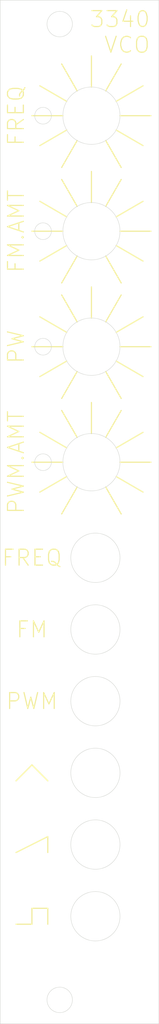
<source format=kicad_pcb>
(kicad_pcb (version 20171130) (host pcbnew "(5.1.5-0)")

  (general
    (thickness 1.6)
    (drawings 88)
    (tracks 0)
    (zones 0)
    (modules 0)
    (nets 1)
  )

  (page A4)
  (layers
    (0 F.Cu signal)
    (31 B.Cu signal)
    (32 B.Adhes user)
    (33 F.Adhes user)
    (34 B.Paste user)
    (35 F.Paste user)
    (36 B.SilkS user)
    (37 F.SilkS user)
    (38 B.Mask user)
    (39 F.Mask user)
    (40 Dwgs.User user)
    (41 Cmts.User user)
    (42 Eco1.User user)
    (43 Eco2.User user)
    (44 Edge.Cuts user)
    (45 Margin user)
    (46 B.CrtYd user)
    (47 F.CrtYd user)
    (48 B.Fab user)
    (49 F.Fab user)
  )

  (setup
    (last_trace_width 0.25)
    (trace_clearance 0.2)
    (zone_clearance 0.508)
    (zone_45_only no)
    (trace_min 0.2)
    (via_size 0.8)
    (via_drill 0.4)
    (via_min_size 0.4)
    (via_min_drill 0.3)
    (uvia_size 0.3)
    (uvia_drill 0.1)
    (uvias_allowed no)
    (uvia_min_size 0.2)
    (uvia_min_drill 0.1)
    (edge_width 0.05)
    (segment_width 0.2)
    (pcb_text_width 0.3)
    (pcb_text_size 1.5 1.5)
    (mod_edge_width 0.12)
    (mod_text_size 1 1)
    (mod_text_width 0.15)
    (pad_size 1.524 1.524)
    (pad_drill 0.762)
    (pad_to_mask_clearance 0.051)
    (solder_mask_min_width 0.25)
    (aux_axis_origin 30 180)
    (grid_origin 30 180)
    (visible_elements FFFFFF7F)
    (pcbplotparams
      (layerselection 0x01020_7ffffffe)
      (usegerberextensions false)
      (usegerberattributes false)
      (usegerberadvancedattributes false)
      (creategerberjobfile false)
      (excludeedgelayer true)
      (linewidth 0.100000)
      (plotframeref false)
      (viasonmask false)
      (mode 1)
      (useauxorigin true)
      (hpglpennumber 1)
      (hpglpenspeed 20)
      (hpglpendiameter 15.000000)
      (psnegative false)
      (psa4output false)
      (plotreference true)
      (plotvalue true)
      (plotinvisibletext false)
      (padsonsilk false)
      (subtractmaskfromsilk false)
      (outputformat 1)
      (mirror false)
      (drillshape 0)
      (scaleselection 1)
      (outputdirectory "gerber/"))
  )

  (net 0 "")

  (net_class Default "これはデフォルトのネット クラスです。"
    (clearance 0.2)
    (trace_width 0.25)
    (via_dia 0.8)
    (via_drill 0.4)
    (uvia_dia 0.3)
    (uvia_drill 0.1)
  )

  (gr_line (start 39.7 106.382309) (end 37.75 103.004809) (layer F.SilkS) (width 0.15) (tstamp 5EB9D0B0))
  (gr_line (start 38.382309 111.3) (end 35.004809 113.25) (layer F.SilkS) (width 0.15) (tstamp 5EB9D0AF))
  (gr_line (start 45.1 109.5) (end 49 109.5) (layer F.SilkS) (width 0.15) (tstamp 5EB9D0AE))
  (gr_line (start 43.3 106.382309) (end 45.25 103.004809) (layer F.SilkS) (width 0.15) (tstamp 5EB9D0AD))
  (gr_line (start 43.3 112.617691) (end 45.25 115.995191) (layer F.SilkS) (width 0.15) (tstamp 5EB9D0AC))
  (gr_line (start 44.617691 107.7) (end 47.995191 105.75) (layer F.SilkS) (width 0.15) (tstamp 5EB9D0AB))
  (gr_line (start 39.7 112.617691) (end 37.75 115.995191) (layer F.SilkS) (width 0.15) (tstamp 5EB9D0AA))
  (gr_line (start 43.3 112.617691) (end 45.25 115.995191) (layer F.SilkS) (width 0.15) (tstamp 5EB9D0A9))
  (gr_line (start 44.617691 111.3) (end 47.995191 113.25) (layer F.SilkS) (width 0.15) (tstamp 5EB9D0A8))
  (gr_line (start 41.5 105.9) (end 41.5 102) (layer F.SilkS) (width 0.15) (tstamp 5EB9D0A7))
  (gr_line (start 38.382309 107.7) (end 35.004809 105.75) (layer F.SilkS) (width 0.15) (tstamp 5EB9D0A6))
  (gr_line (start 37.9 109.5) (end 34 109.5) (layer F.SilkS) (width 0.15) (tstamp 5EB9D0A5))
  (gr_line (start 39.7 106.382309) (end 37.75 103.004809) (layer F.SilkS) (width 0.15) (tstamp 5EB9D0A4))
  (gr_line (start 39.7 91.882309) (end 37.75 88.504809) (layer F.SilkS) (width 0.15) (tstamp 5EB9D0B0))
  (gr_line (start 38.382309 96.8) (end 35.004809 98.75) (layer F.SilkS) (width 0.15) (tstamp 5EB9D0AF))
  (gr_line (start 45.1 95) (end 49 95) (layer F.SilkS) (width 0.15) (tstamp 5EB9D0AE))
  (gr_line (start 43.3 91.882309) (end 45.25 88.504809) (layer F.SilkS) (width 0.15) (tstamp 5EB9D0AD))
  (gr_line (start 43.3 98.117691) (end 45.25 101.495191) (layer F.SilkS) (width 0.15) (tstamp 5EB9D0AC))
  (gr_line (start 44.617691 93.2) (end 47.995191 91.25) (layer F.SilkS) (width 0.15) (tstamp 5EB9D0AB))
  (gr_line (start 39.7 98.117691) (end 37.75 101.495191) (layer F.SilkS) (width 0.15) (tstamp 5EB9D0AA))
  (gr_line (start 43.3 98.117691) (end 45.25 101.495191) (layer F.SilkS) (width 0.15) (tstamp 5EB9D0A9))
  (gr_line (start 44.617691 96.8) (end 47.995191 98.75) (layer F.SilkS) (width 0.15) (tstamp 5EB9D0A8))
  (gr_line (start 41.5 91.4) (end 41.5 87.5) (layer F.SilkS) (width 0.15) (tstamp 5EB9D0A7))
  (gr_line (start 38.382309 93.2) (end 35.004809 91.25) (layer F.SilkS) (width 0.15) (tstamp 5EB9D0A6))
  (gr_line (start 37.9 95) (end 34 95) (layer F.SilkS) (width 0.15) (tstamp 5EB9D0A5))
  (gr_line (start 39.7 91.882309) (end 37.75 88.504809) (layer F.SilkS) (width 0.15) (tstamp 5EB9D0A4))
  (gr_line (start 39.7 77.382309) (end 37.75 74.004809) (layer F.SilkS) (width 0.15) (tstamp 5EB9D0B0))
  (gr_line (start 38.382309 82.3) (end 35.004809 84.25) (layer F.SilkS) (width 0.15) (tstamp 5EB9D0AF))
  (gr_line (start 45.1 80.5) (end 49 80.5) (layer F.SilkS) (width 0.15) (tstamp 5EB9D0AE))
  (gr_line (start 43.3 77.382309) (end 45.25 74.004809) (layer F.SilkS) (width 0.15) (tstamp 5EB9D0AD))
  (gr_line (start 43.3 83.617691) (end 45.25 86.995191) (layer F.SilkS) (width 0.15) (tstamp 5EB9D0AC))
  (gr_line (start 44.617691 78.7) (end 47.995191 76.75) (layer F.SilkS) (width 0.15) (tstamp 5EB9D0AB))
  (gr_line (start 39.7 83.617691) (end 37.75 86.995191) (layer F.SilkS) (width 0.15) (tstamp 5EB9D0AA))
  (gr_line (start 43.3 83.617691) (end 45.25 86.995191) (layer F.SilkS) (width 0.15) (tstamp 5EB9D0A9))
  (gr_line (start 44.617691 82.3) (end 47.995191 84.25) (layer F.SilkS) (width 0.15) (tstamp 5EB9D0A8))
  (gr_line (start 41.5 76.9) (end 41.5 73) (layer F.SilkS) (width 0.15) (tstamp 5EB9D0A7))
  (gr_line (start 38.382309 78.7) (end 35.004809 76.75) (layer F.SilkS) (width 0.15) (tstamp 5EB9D0A6))
  (gr_line (start 37.9 80.5) (end 34 80.5) (layer F.SilkS) (width 0.15) (tstamp 5EB9D0A5))
  (gr_line (start 39.7 77.382309) (end 37.75 74.004809) (layer F.SilkS) (width 0.15) (tstamp 5EB9D0A4))
  (gr_line (start 43.3 69.117691) (end 45.25 72.495191) (layer F.SilkS) (width 0.15) (tstamp 5EB9D04C))
  (gr_line (start 44.617691 64.2) (end 47.995191 62.25) (layer F.SilkS) (width 0.15) (tstamp 5EB9D04B))
  (gr_line (start 43.3 62.882309) (end 45.25 59.504809) (layer F.SilkS) (width 0.15) (tstamp 5EB9D04A))
  (gr_circle (center 41.5 66) (end 37.9 66) (layer Edge.Cuts) (width 0.05) (tstamp 5EB9D049))
  (gr_line (start 44.617691 67.8) (end 47.995191 69.75) (layer F.SilkS) (width 0.15) (tstamp 5EB9D047))
  (gr_line (start 45.1 66) (end 49 66) (layer F.SilkS) (width 0.15) (tstamp 5EB9D046))
  (gr_line (start 43.3 69.117691) (end 45.25 72.495191) (layer F.SilkS) (width 0.15) (tstamp 5EB9D045))
  (gr_line (start 39.7 69.117691) (end 37.75 72.495191) (layer F.SilkS) (width 0.15) (tstamp 5EB9D035))
  (gr_line (start 38.382309 67.8) (end 35.004809 69.75) (layer F.SilkS) (width 0.15) (tstamp 5EB9D028))
  (gr_line (start 37.9 66) (end 34 66) (layer F.SilkS) (width 0.15) (tstamp 5EB9D01D))
  (gr_line (start 38.382309 64.2) (end 35.004809 62.25) (layer F.SilkS) (width 0.15) (tstamp 5EB9CFFD))
  (gr_line (start 39.7 62.882309) (end 37.75 59.504809) (layer F.SilkS) (width 0.15) (tstamp 5EB9CFFD))
  (gr_line (start 39.7 62.882309) (end 37.75 59.504809) (layer F.SilkS) (width 0.15) (tstamp 5EB9CFC1))
  (gr_circle (center 35.4 66) (end 36.45 66) (layer Edge.Cuts) (width 0.05))
  (gr_line (start 36 165.5) (end 36 167.5) (layer F.SilkS) (width 0.15))
  (gr_line (start 34 165.5) (end 36 165.5) (layer F.SilkS) (width 0.15))
  (gr_line (start 34 167.5) (end 34 165.5) (layer F.SilkS) (width 0.15))
  (gr_line (start 32 167.5) (end 34 167.5) (layer F.SilkS) (width 0.15))
  (gr_line (start 36 156.5) (end 36 158.5) (layer F.SilkS) (width 0.15))
  (gr_line (start 32 158.5) (end 36 156.5) (layer F.SilkS) (width 0.15))
  (gr_line (start 34 147.5) (end 36 149.5) (layer F.SilkS) (width 0.15))
  (gr_line (start 32 149.5) (end 34 147.5) (layer F.SilkS) (width 0.15))
  (gr_text PWM (at 34 139.5) (layer F.SilkS)
    (effects (font (size 2 2) (thickness 0.15)))
  )
  (gr_text FM (at 34 130.5) (layer F.SilkS)
    (effects (font (size 2 2) (thickness 0.15)))
  )
  (gr_text FREQ (at 34 121.5) (layer F.SilkS)
    (effects (font (size 2 2) (thickness 0.15)))
  )
  (gr_text PWM.AMT (at 32 109.5 90) (layer F.SilkS)
    (effects (font (size 2 2) (thickness 0.15)))
  )
  (gr_text PW (at 32 95 90) (layer F.SilkS)
    (effects (font (size 2 2) (thickness 0.15)))
  )
  (gr_text FM.AMT (at 32 80.5 90) (layer F.SilkS)
    (effects (font (size 2 2) (thickness 0.15)))
  )
  (gr_text FREQ (at 32 66 90) (layer F.SilkS)
    (effects (font (size 2 2) (thickness 0.15)))
  )
  (gr_line (start 41.5 62.4) (end 41.5 58.5) (layer F.SilkS) (width 0.15) (tstamp 5EACFDFE))
  (gr_text "3340\nVCO" (at 49 55.5) (layer F.SilkS)
    (effects (font (size 2 2) (thickness 0.15)) (justify right))
  )
  (gr_circle (center 35.4 109.5) (end 36.45 109.5) (layer Edge.Cuts) (width 0.05) (tstamp 5EACFBFC))
  (gr_circle (center 35.4 95) (end 36.45 95) (layer Edge.Cuts) (width 0.05) (tstamp 5EACFBFC))
  (gr_circle (center 35.4 80.5) (end 36.45 80.5) (layer Edge.Cuts) (width 0.05) (tstamp 5EACFBFC))
  (gr_circle (center 42 166.5) (end 45.1 166.5) (layer Edge.Cuts) (width 0.05) (tstamp 5EACFB6F))
  (gr_circle (center 42 157.5) (end 45.1 157.5) (layer Edge.Cuts) (width 0.05) (tstamp 5EACFB6F))
  (gr_circle (center 42 148.5) (end 45.1 148.5) (layer Edge.Cuts) (width 0.05) (tstamp 5EACFB6F))
  (gr_circle (center 42 139.5) (end 45.1 139.5) (layer Edge.Cuts) (width 0.05) (tstamp 5EACFB6F))
  (gr_circle (center 42 130.5) (end 45.1 130.5) (layer Edge.Cuts) (width 0.05) (tstamp 5EACFB6F))
  (gr_circle (center 42 121.5) (end 45.1 121.5) (layer Edge.Cuts) (width 0.05))
  (gr_circle (center 41.5 109.5) (end 45.1 109.5) (layer Edge.Cuts) (width 0.05) (tstamp 5EACFAE4))
  (gr_circle (center 41.5 95) (end 45.1 95) (layer Edge.Cuts) (width 0.05) (tstamp 5EACFAE4))
  (gr_circle (center 41.5 80.5) (end 45.1 80.5) (layer Edge.Cuts) (width 0.05) (tstamp 5EACFAE4))
  (gr_circle (center 37.5 54.5) (end 39.1 54.5) (layer Edge.Cuts) (width 0.05) (tstamp 5EACFA1C))
  (gr_circle (center 37.5 177) (end 39.1 177) (layer Edge.Cuts) (width 0.05))
  (gr_line (start 30 51.5) (end 30 180) (layer Edge.Cuts) (width 0.05) (tstamp 5EACF943))
  (gr_line (start 50 51.5) (end 30 51.5) (layer Edge.Cuts) (width 0.05))
  (gr_line (start 50 180) (end 50 51.5) (layer Edge.Cuts) (width 0.05))
  (gr_line (start 30 180) (end 50 180) (layer Edge.Cuts) (width 0.05))

)

</source>
